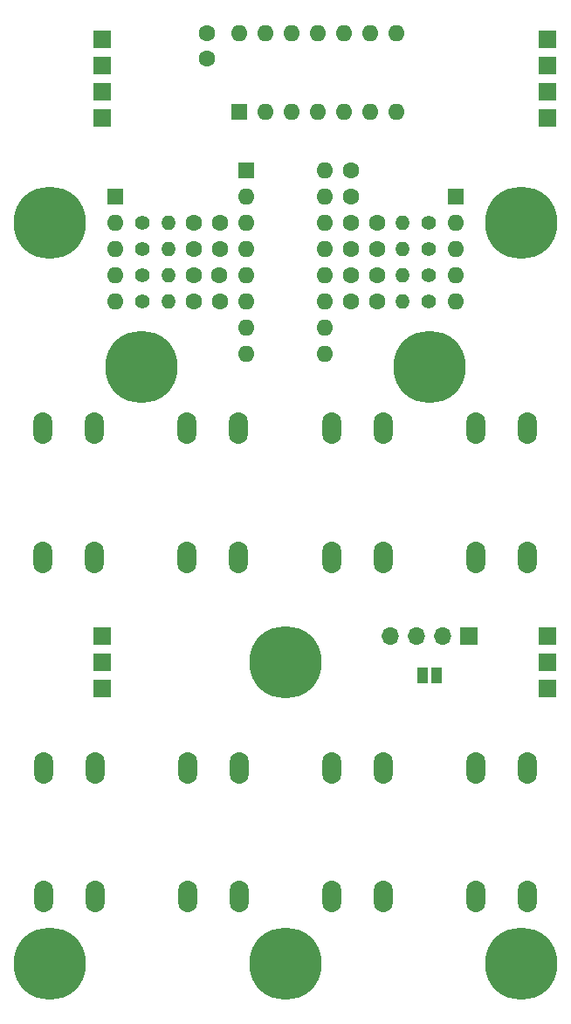
<source format=gbs>
G04 #@! TF.GenerationSoftware,KiCad,Pcbnew,6.0.4+dfsg-1+b1*
G04 #@! TF.CreationDate,2022-05-03T02:32:59+03:00*
G04 #@! TF.ProjectId,yatabaza-keyboard,79617461-6261-47a6-912d-6b6579626f61,rev?*
G04 #@! TF.SameCoordinates,Original*
G04 #@! TF.FileFunction,Soldermask,Bot*
G04 #@! TF.FilePolarity,Negative*
%FSLAX46Y46*%
G04 Gerber Fmt 4.6, Leading zero omitted, Abs format (unit mm)*
G04 Created by KiCad (PCBNEW 6.0.4+dfsg-1+b1) date 2022-05-03 02:32:59*
%MOMM*%
%LPD*%
G01*
G04 APERTURE LIST*
%ADD10C,1.600000*%
%ADD11R,1.700000X1.700000*%
%ADD12C,7.000000*%
%ADD13C,1.400000*%
%ADD14O,1.400000X1.400000*%
%ADD15O,1.850000X3.048000*%
%ADD16R,1.600000X1.600000*%
%ADD17O,1.600000X1.600000*%
%ADD18O,1.700000X1.700000*%
%ADD19R,1.000000X1.500000*%
G04 APERTURE END LIST*
D10*
X57130000Y-48260000D03*
X54630000Y-48260000D03*
X57130000Y-45720000D03*
X54630000Y-45720000D03*
X57130000Y-50800000D03*
X54630000Y-50800000D03*
X57130000Y-43180000D03*
X54630000Y-43180000D03*
X39390000Y-43180000D03*
X41890000Y-43180000D03*
X39390000Y-50800000D03*
X41890000Y-50800000D03*
X39410000Y-45720000D03*
X41910000Y-45720000D03*
X39370000Y-48260000D03*
X41870000Y-48260000D03*
X54610000Y-38100000D03*
X54610000Y-40600000D03*
D11*
X30480000Y-25400000D03*
X30480000Y-27940000D03*
X30480000Y-30480000D03*
X30480000Y-33020000D03*
X73660000Y-25400000D03*
X73660000Y-27940000D03*
X73660000Y-30480000D03*
X73660000Y-33020000D03*
D12*
X71120000Y-114935000D03*
X25400000Y-114935000D03*
X71120000Y-43180000D03*
X25400000Y-43180000D03*
D13*
X62180000Y-48260000D03*
D14*
X59640000Y-48260000D03*
D13*
X62180000Y-45720000D03*
D14*
X59640000Y-45720000D03*
D13*
X62180000Y-50800000D03*
D14*
X59640000Y-50800000D03*
D13*
X62180000Y-43180000D03*
D14*
X59640000Y-43180000D03*
D13*
X34340000Y-43180000D03*
D14*
X36880000Y-43180000D03*
D13*
X34340000Y-50800000D03*
D14*
X36880000Y-50800000D03*
D13*
X34340000Y-45720000D03*
D14*
X36880000Y-45720000D03*
D13*
X34340000Y-48260000D03*
D14*
X36880000Y-48260000D03*
D15*
X24765000Y-75565000D03*
X24765000Y-63065000D03*
X29765000Y-63065000D03*
X29765000Y-75565000D03*
X24805000Y-108475000D03*
X24805000Y-95975000D03*
X29805000Y-108475000D03*
X29805000Y-95975000D03*
X38735000Y-75565000D03*
X38735000Y-63065000D03*
X43735000Y-63065000D03*
X43735000Y-75565000D03*
X38775000Y-108475000D03*
X38775000Y-95975000D03*
X43775000Y-108475000D03*
X43775000Y-95975000D03*
X57785000Y-63065000D03*
X57785000Y-75565000D03*
X52785000Y-75565000D03*
X52785000Y-63065000D03*
X57785000Y-108475000D03*
X57785000Y-95975000D03*
X52785000Y-95975000D03*
X52785000Y-108475000D03*
X71715000Y-75565000D03*
X71715000Y-63065000D03*
X66715000Y-75565000D03*
X66715000Y-63065000D03*
X71755000Y-108475000D03*
X71755000Y-95975000D03*
X66755000Y-95975000D03*
X66755000Y-108475000D03*
D16*
X44450000Y-38100000D03*
D17*
X44450000Y-40640000D03*
X44450000Y-43180000D03*
X44450000Y-45720000D03*
X44450000Y-48260000D03*
X44450000Y-50800000D03*
X44450000Y-53340000D03*
X44450000Y-55880000D03*
X52070000Y-55880000D03*
X52070000Y-53340000D03*
X52070000Y-50800000D03*
X52070000Y-48260000D03*
X52070000Y-45720000D03*
X52070000Y-43180000D03*
X52070000Y-40640000D03*
X52070000Y-38100000D03*
D11*
X73660000Y-83185000D03*
X73660000Y-85725000D03*
X73660000Y-88265000D03*
D12*
X34290000Y-57150000D03*
D16*
X31750000Y-40640000D03*
D17*
X31750000Y-43180000D03*
X31750000Y-45720000D03*
X31750000Y-48260000D03*
X31750000Y-50800000D03*
D11*
X30480000Y-83185000D03*
X30480000Y-85725000D03*
X30480000Y-88265000D03*
D16*
X43810000Y-32375000D03*
D17*
X46350000Y-32375000D03*
X48890000Y-32375000D03*
X51430000Y-32375000D03*
X53970000Y-32375000D03*
X56510000Y-32375000D03*
X59050000Y-32375000D03*
X59050000Y-24755000D03*
X56510000Y-24755000D03*
X53970000Y-24755000D03*
X51430000Y-24755000D03*
X48890000Y-24755000D03*
X46350000Y-24755000D03*
X43810000Y-24755000D03*
D12*
X48260000Y-85725000D03*
X62230000Y-57150000D03*
D16*
X64770000Y-40640000D03*
D17*
X64770000Y-43180000D03*
X64770000Y-45720000D03*
X64770000Y-48260000D03*
X64770000Y-50800000D03*
D10*
X40640000Y-24765000D03*
X40640000Y-27265000D03*
D12*
X48260000Y-114935000D03*
D11*
X66030000Y-83185000D03*
D18*
X63490000Y-83185000D03*
X60950000Y-83185000D03*
X58410000Y-83185000D03*
D19*
X61580000Y-86995000D03*
X62880000Y-86995000D03*
M02*

</source>
